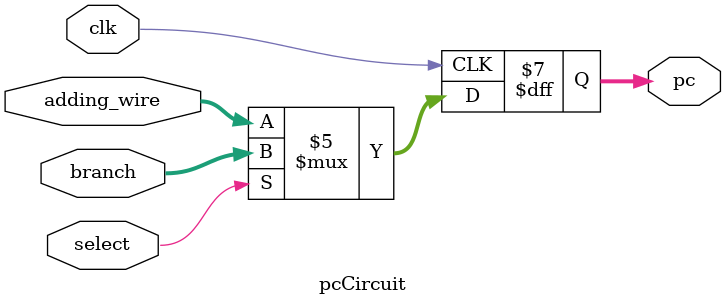
<source format=v>
module pcCircuit (output reg [31:0]pc,input  select ,input clk,
input [31:0] branch,input [31:0] adding_wire);


initial begin pc = 32'b00000000000000000000000000101000; end


always@(posedge clk)
begin
		if(select==0)
		begin
		pc<=adding_wire;//assume input coming from header to be implemented feh tarbet al adder aly by3ml PC+4
		end
		else 
		begin
		pc<=branch;//al input aly haygy incase al select b 1 3nd al mux aly abl al PC 
		end
	end



endmodule

</source>
